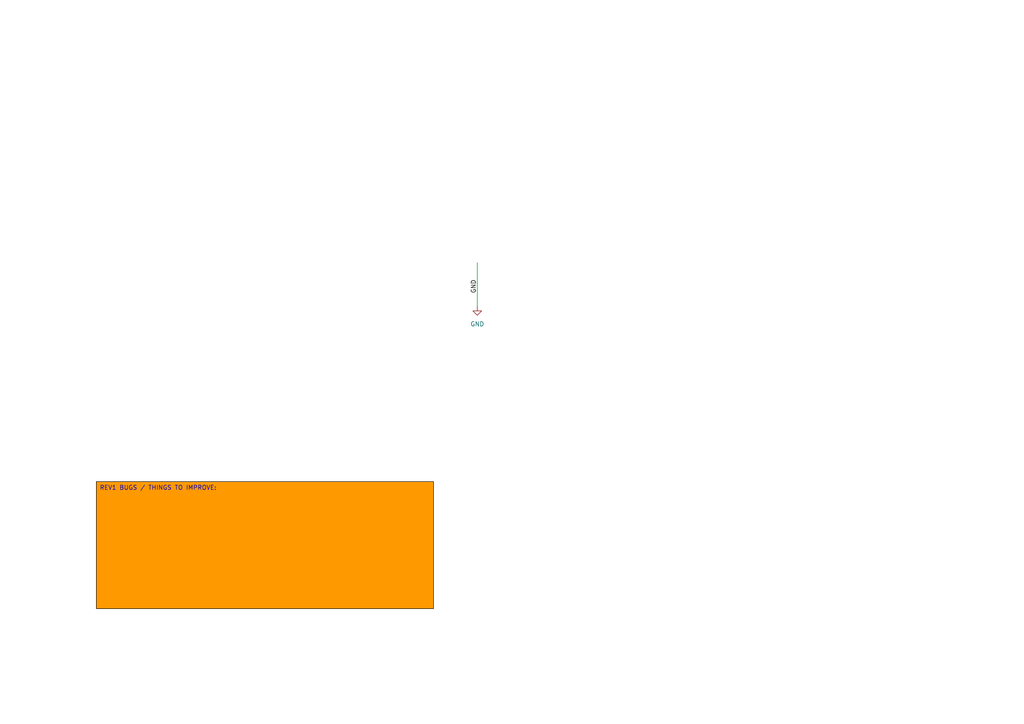
<source format=kicad_sch>
(kicad_sch (version 20250114) (generator "eeschema") (generator_version "9.0")
  (paper "A4")
  (title_block (date "2025-08-10") (rev "1"))
  (lib_symbols
    (symbol "power:GND" (power) (pin_numbers (hide yes)) (pin_names (offset 0) (hide yes))
      (property "Value" "GND" (at 0 -3.81 0))
      (symbol "GND_0_1"
        (polyline (pts (xy 0 0) (xy 0 -1.27) (xy 1.27 -1.27) (xy 0 -2.54) (xy -1.27 -1.27) (xy 0 -1.27)))
      )
      (symbol "GND_1_1"
        (pin power_in line (at 0 0 270) (length 0) (name "~") (number "1"))
      )
    )
  )
  (text_box "REV1 BUGS / THINGS TO IMPROVE:" (at 27.94 139.7 0) (size 97.79 36.83) (margins 0.9525 0.9525 0.9525 0.9525) (stroke (width 0) (color 0 0 0 1)) (fill (type color) (color 255 153 0 1)) (effects (font (size 1.27 1.27)) (justify left top)))
  (wire (pts (xy 138.43 76.2) (xy 138.43 88.9)))
  (label "GND" (at 138.43 85.09 90))
  (symbol (lib_id "power:GND") (at 138.43 88.9 0) (unit 1)
    (property "Reference" "#PWR01" (effects (hide yes)))
    (property "Value" "GND" (at 138.43 93.98 0))
    (property "Description" "Power symbol creates a global label with name \"GND\" , ground" (effects (hide yes)))
  )
)
</source>
